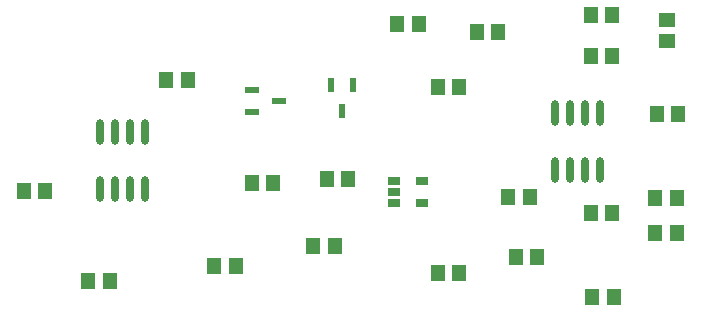
<source format=gbp>
%FSLAX42Y42*%
%MOMM*%
G71*
G01*
G75*
G04 Layer_Color=128*
%ADD10R,1.10X0.65*%
%ADD11R,1.40X1.20*%
%ADD12R,1.20X1.40*%
%ADD13O,0.60X2.20*%
%ADD14R,1.15X0.60*%
%ADD15R,0.60X1.15*%
%ADD16C,0.25*%
%ADD17R,1.50X1.50*%
%ADD18C,1.50*%
%ADD19R,1.50X1.50*%
%ADD20C,2.50*%
%ADD21R,1.50X1.50*%
%ADD22C,1.50*%
%ADD23C,1.27*%
%ADD24R,1.30X0.85*%
%ADD25R,1.60X1.40*%
%ADD26R,1.40X1.60*%
%ADD27O,0.80X2.40*%
%ADD28R,1.35X0.80*%
%ADD29R,0.80X1.35*%
%ADD30R,1.70X1.70*%
%ADD31C,1.70*%
%ADD32R,1.70X1.70*%
%ADD33C,2.70*%
%ADD34R,1.70X1.70*%
%ADD35C,1.70*%
%ADD36C,1.47*%
D10*
X6471Y2610D02*
D03*
Y2515D02*
D03*
Y2420D02*
D03*
X6711D02*
D03*
Y2610D02*
D03*
D11*
X8788Y3796D02*
D03*
Y3976D02*
D03*
D12*
X8140Y4013D02*
D03*
X8320D02*
D03*
X8878Y3175D02*
D03*
X8698D02*
D03*
X8686Y2464D02*
D03*
X8866D02*
D03*
X8686Y2172D02*
D03*
X8866D02*
D03*
X8320Y2337D02*
D03*
X8140D02*
D03*
X8332Y1626D02*
D03*
X8152D02*
D03*
X7621Y2476D02*
D03*
X7441D02*
D03*
X7685Y1968D02*
D03*
X7505D02*
D03*
X7024Y1829D02*
D03*
X6844D02*
D03*
X8320Y3670D02*
D03*
X8140D02*
D03*
X7174Y3874D02*
D03*
X7354D02*
D03*
X7024Y3404D02*
D03*
X6844D02*
D03*
X6681Y3937D02*
D03*
X6501D02*
D03*
X6084Y2629D02*
D03*
X5904D02*
D03*
X5449Y2591D02*
D03*
X5269D02*
D03*
X4726Y3467D02*
D03*
X4545D02*
D03*
X3519Y2527D02*
D03*
X3339D02*
D03*
X4065Y1765D02*
D03*
X3885D02*
D03*
X5132Y1892D02*
D03*
X4952D02*
D03*
X5790Y2057D02*
D03*
X5970D02*
D03*
D13*
X7836Y2706D02*
D03*
X7963D02*
D03*
X8090D02*
D03*
X8217D02*
D03*
X7836Y3186D02*
D03*
X7963D02*
D03*
X8090D02*
D03*
X8217D02*
D03*
X3988Y2541D02*
D03*
X4115D02*
D03*
X4242D02*
D03*
X4369D02*
D03*
X3988Y3021D02*
D03*
X4115D02*
D03*
X4242D02*
D03*
X4369D02*
D03*
D14*
X5497Y3289D02*
D03*
X5272Y3194D02*
D03*
Y3384D02*
D03*
D15*
X6033Y3202D02*
D03*
X5937Y3427D02*
D03*
X6128D02*
D03*
M02*

</source>
